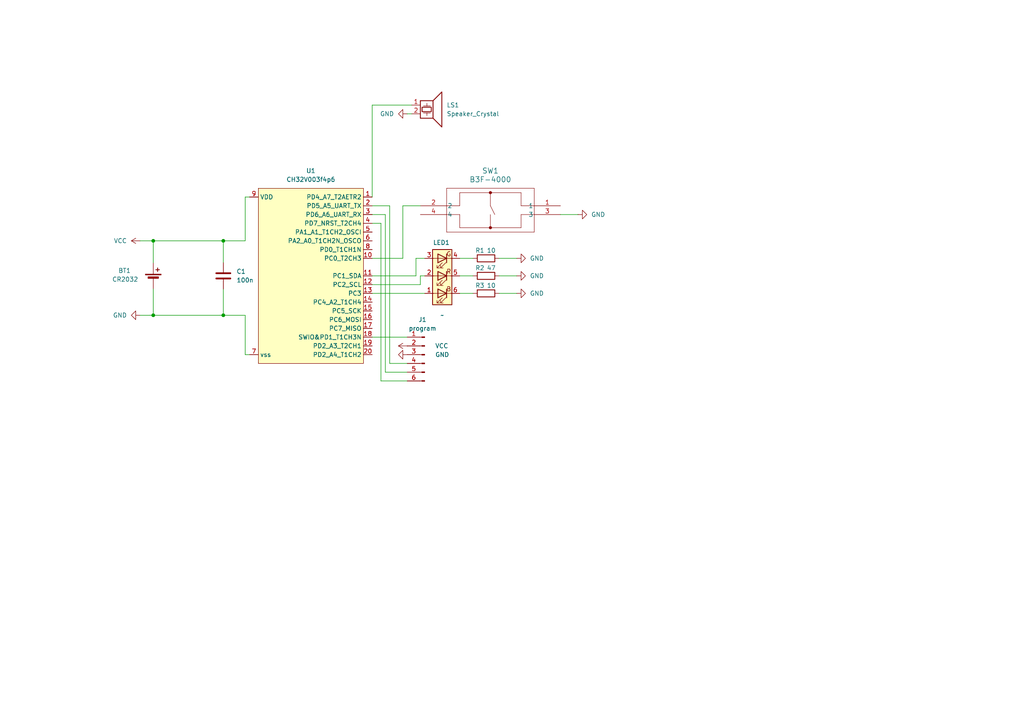
<source format=kicad_sch>
(kicad_sch (version 20231120) (generator "eeschema") (generator_version "8.0")
  (paper "A4")
  (lib_symbols
    (symbol "2024-05-26_01-20-13:B3F-4000" (pin_names (offset 0.254))
      (property "Reference" "SW" (at 20.32 10.16 0))
      (property "Value" "B3F-4000" (at 20.32 7.62 0))
      (symbol "B3F-4000_0_1"
        (polyline (pts (xy 7.62 -7.62) (xy 33.02 -7.62)) (stroke (width 0.127)))
        (polyline (pts (xy 7.62 -2.54) (xy 11.43 -2.54)) (stroke (width 0.127)))
        (polyline (pts (xy 7.62 0) (xy 11.43 0)) (stroke (width 0.127)))
        (polyline (pts (xy 7.62 5.08) (xy 7.62 -7.62)) (stroke (width 0.127)))
        (polyline (pts (xy 11.43 -6.35) (xy 29.21 -6.35)) (stroke (width 0.127)))
        (polyline (pts (xy 11.43 -2.54) (xy 11.43 -6.35)) (stroke (width 0.127)))
        (polyline (pts (xy 11.43 0) (xy 11.43 3.81)) (stroke (width 0.127)))
        (polyline (pts (xy 20.32 -2.54) (xy 20.32 -6.35)) (stroke (width 0.127)))
        (polyline (pts (xy 20.32 0) (xy 19.05 -2.54)) (stroke (width 0.127)))
        (polyline (pts (xy 20.32 3.81) (xy 20.32 0)) (stroke (width 0.127)))
        (polyline (pts (xy 29.21 -6.35) (xy 29.21 -2.54)) (stroke (width 0.127)))
        (polyline (pts (xy 29.21 -2.54) (xy 33.02 -2.54)) (stroke (width 0.127)))
        (polyline (pts (xy 29.21 0) (xy 29.21 3.81)) (stroke (width 0.127)))
        (polyline (pts (xy 29.21 3.81) (xy 11.43 3.81)) (stroke (width 0.127)))
        (polyline (pts (xy 33.02 -7.62) (xy 33.02 5.08)) (stroke (width 0.127)))
        (polyline (pts (xy 33.02 0) (xy 29.21 0)) (stroke (width 0.127)))
        (polyline (pts (xy 33.02 5.08) (xy 7.62 5.08)) (stroke (width 0.127)))
        (circle (center 20.32 -6.35) (radius 0.254) (stroke (width 0.381)))
        (circle (center 20.32 3.81) (radius 0.254) (stroke (width 0.381)))
        (pin unspecified line (at 0 0 0) (length 7.62) (name "1") (number "1"))
        (pin unspecified line (at 40.64 0 180) (length 7.62) (name "2") (number "2"))
        (pin unspecified line (at 0 -2.54 0) (length 7.62) (name "3") (number "3"))
        (pin unspecified line (at 40.64 -2.54 180) (length 7.62) (name "4") (number "4"))
      )
    )
    (symbol "CH32V003:CH32V003f4p6"
      (property "Reference" "U" (at 0 31.75 0))
      (property "Value" "CH32V003f4p6" (at -7.62 0 90))
      (symbol "CH32V003f4p6_1_1"
        (rectangle (start -15.24 27.94) (end 15.24 -22.86) (fill (type background)))
        (pin bidirectional line (at 17.78 25.4 180) (length 2.54) (name "PD4_A7_T2AETR2") (number "1"))
        (pin bidirectional line (at 17.78 7.62 180) (length 2.54) (name "PC0_T2CH3") (number "10"))
        (pin bidirectional line (at 17.78 2.54 180) (length 2.54) (name "PC1_SDA") (number "11"))
        (pin bidirectional line (at 17.78 0 180) (length 2.54) (name "PC2_SCL") (number "12"))
        (pin bidirectional line (at 17.78 -2.54 180) (length 2.54) (name "PC3") (number "13"))
        (pin bidirectional line (at 17.78 -5.08 180) (length 2.54) (name "PC4_A2_T1CH4") (number "14"))
        (pin bidirectional line (at 17.78 -7.62 180) (length 2.54) (name "PC5_SCK") (number "15"))
        (pin bidirectional line (at 17.78 -10.16 180) (length 2.54) (name "PC6_MOSI") (number "16"))
        (pin bidirectional line (at 17.78 -12.7 180) (length 2.54) (name "PC7_MISO") (number "17"))
        (pin bidirectional line (at 17.78 -15.24 180) (length 2.54) (name "SWIO&PD1_T1CH3N") (number "18"))
        (pin bidirectional line (at 17.78 -17.78 180) (length 2.54) (name "PD2_A3_T2CH1") (number "19"))
        (pin bidirectional line (at 17.78 22.86 180) (length 2.54) (name "PD5_A5_UART_TX") (number "2"))
        (pin bidirectional line (at 17.78 -20.32 180) (length 2.54) (name "PD2_A4_T1CH2") (number "20"))
        (pin bidirectional line (at 17.78 20.32 180) (length 2.54) (name "PD6_A6_UART_RX") (number "3"))
        (pin bidirectional line (at 17.78 17.78 180) (length 2.54) (name "PD7_NRST_T2CH4") (number "4"))
        (pin bidirectional line (at 17.78 15.24 180) (length 2.54) (name "PA1_A1_T1CH2_OSCI") (number "5"))
        (pin bidirectional line (at 17.78 12.7 180) (length 2.54) (name "PA2_A0_T1CH2N_OSCO") (number "6"))
        (pin power_in line (at -17.78 -20.32 0) (length 2.54) (name "vss") (number "7"))
        (pin bidirectional line (at 17.78 10.16 180) (length 2.54) (name "PD0_T1CH1N") (number "8"))
        (pin power_in line (at -17.78 25.4 0) (length 2.54) (name "VDD") (number "9"))
      )
    )
    (symbol "Connector:Conn_01x06_Pin" (pin_names (offset 1.016) hide)
      (property "Reference" "J" (at 0 7.62 0))
      (property "Value" "Conn_01x06_Pin" (at 0 -10.16 0))
      (symbol "Conn_01x06_Pin_1_1"
        (polyline (pts (xy 1.27 -7.62) (xy 0.8636 -7.62)) (stroke (width 0.1524)))
        (polyline (pts (xy 1.27 -5.08) (xy 0.8636 -5.08)) (stroke (width 0.1524)))
        (polyline (pts (xy 1.27 -2.54) (xy 0.8636 -2.54)) (stroke (width 0.1524)))
        (polyline (pts (xy 1.27 0) (xy 0.8636 0)) (stroke (width 0.1524)))
        (polyline (pts (xy 1.27 2.54) (xy 0.8636 2.54)) (stroke (width 0.1524)))
        (polyline (pts (xy 1.27 5.08) (xy 0.8636 5.08)) (stroke (width 0.1524)))
        (rectangle (start 0.8636 -7.493) (end 0 -7.747) (stroke (width 0.1524)) (fill (type outline)))
        (rectangle (start 0.8636 -4.953) (end 0 -5.207) (stroke (width 0.1524)) (fill (type outline)))
        (rectangle (start 0.8636 -2.413) (end 0 -2.667) (stroke (width 0.1524)) (fill (type outline)))
        (rectangle (start 0.8636 0.127) (end 0 -0.127) (stroke (width 0.1524)) (fill (type outline)))
        (rectangle (start 0.8636 2.667) (end 0 2.413) (stroke (width 0.1524)) (fill (type outline)))
        (rectangle (start 0.8636 5.207) (end 0 4.953) (stroke (width 0.1524)) (fill (type outline)))
        (pin passive line (at 5.08 5.08 180) (length 3.81) (name "Pin_1") (number "1"))
        (pin passive line (at 5.08 2.54 180) (length 3.81) (name "Pin_2") (number "2"))
        (pin passive line (at 5.08 0 180) (length 3.81) (name "Pin_3") (number "3"))
        (pin passive line (at 5.08 -2.54 180) (length 3.81) (name "Pin_4") (number "4"))
        (pin passive line (at 5.08 -5.08 180) (length 3.81) (name "Pin_5") (number "5"))
        (pin passive line (at 5.08 -7.62 180) (length 3.81) (name "Pin_6") (number "6"))
      )
    )
    (symbol "Device:Battery_Cell" (pin_numbers hide) (pin_names (offset 0) hide)
      (property "Reference" "BT" (at 2.54 2.54 0))
      (property "Value" "Battery_Cell" (at 2.54 0 0))
      (symbol "Battery_Cell_0_1"
        (rectangle (start -2.286 1.778) (end 2.286 1.524) (fill (type outline)))
        (rectangle (start -1.524 1.016) (end 1.524 0.508) (fill (type outline)))
        (polyline (pts (xy 0 0.762) (xy 0 0)))
        (polyline (pts (xy 0 1.778) (xy 0 2.54)))
        (polyline (pts (xy 0.762 3.048) (xy 1.778 3.048)) (stroke (width 0.254)))
        (polyline (pts (xy 1.27 3.556) (xy 1.27 2.54)) (stroke (width 0.254)))
      )
      (symbol "Battery_Cell_1_1"
        (pin passive line (at 0 5.08 270) (length 2.54) (name "+") (number "1"))
        (pin passive line (at 0 -2.54 90) (length 2.54) (name "-") (number "2"))
      )
    )
    (symbol "Device:C" (pin_numbers hide) (pin_names (offset 0.254))
      (property "Reference" "C" (at 0.635 2.54 0))
      (property "Value" "C" (at 0.635 -2.54 0))
      (symbol "C_0_1"
        (polyline (pts (xy -2.032 -0.762) (xy 2.032 -0.762)) (stroke (width 0.508)))
        (polyline (pts (xy -2.032 0.762) (xy 2.032 0.762)) (stroke (width 0.508)))
      )
      (symbol "C_1_1"
        (pin passive line (at 0 3.81 270) (length 2.794) (name "~") (number "1"))
        (pin passive line (at 0 -3.81 90) (length 2.794) (name "~") (number "2"))
      )
    )
    (symbol "Device:R" (pin_numbers hide) (pin_names (offset 0))
      (property "Reference" "R" (at 2.032 0 90))
      (property "Value" "R" (at 0 0 90))
      (symbol "R_0_1"
        (rectangle (start -1.016 -2.54) (end 1.016 2.54) (stroke (width 0.254)))
      )
      (symbol "R_1_1"
        (pin passive line (at 0 3.81 270) (length 1.27) (name "~") (number "1"))
        (pin passive line (at 0 -3.81 90) (length 1.27) (name "~") (number "2"))
      )
    )
    (symbol "Device:Speaker_Crystal" (pin_names (offset 0) hide)
      (property "Reference" "LS" (at 0.635 5.715 0))
      (property "Value" "Speaker_Crystal" (at 0.635 3.81 0))
      (symbol "Speaker_Crystal_0_0"
        (rectangle (start -2.54 1.27) (end 1.143 -3.81) (stroke (width 0.254)))
        (rectangle (start -2.032 -0.635) (end 0.635 -1.905) (stroke (width 0.254)))
        (polyline (pts (xy -1.651 -2.286) (xy 0.381 -2.286)))
        (polyline (pts (xy -1.651 -0.254) (xy 0.381 -0.254)))
        (polyline (pts (xy -0.635 -2.286) (xy -0.635 -3.048)))
        (polyline (pts (xy -0.635 -0.254) (xy -0.635 0.508)))
        (polyline (pts (xy 1.143 1.27) (xy 3.683 3.81) (xy 3.683 -6.35) (xy 1.143 -3.81)) (stroke (width 0.254)))
      )
      (symbol "Speaker_Crystal_1_1"
        (pin input line (at -5.08 0 0) (length 2.54) (name "1") (number "1"))
        (pin input line (at -5.08 -2.54 0) (length 2.54) (name "2") (number "2"))
      )
    )
    (symbol "LED:SMLVN6RGB" (pin_names (offset 0) hide)
      (property "Reference" "D" (at 0 12.7 0))
      (property "Value" "SMLVN6RGB" (at 0 10.16 0))
      (symbol "SMLVN6RGB_0_0"
        (text "B" (at 1.905 3.81 0) (effects (font (size 1.27 1.27))))
        (text "G" (at 1.905 -6.35 0) (effects (font (size 1.27 1.27))))
        (text "R" (at 1.905 -1.27 0) (effects (font (size 1.27 1.27))))
      )
      (symbol "SMLVN6RGB_0_1"
        (rectangle (start -2.794 8.382) (end 2.794 -7.62) (stroke (width 0.254)) (fill (type background)))
        (rectangle (start -1.27 -1.27) (end -1.27 1.27))
        (rectangle (start -1.27 1.27) (end -1.27 1.27))
        (rectangle (start -1.27 3.81) (end -1.27 6.35))
        (rectangle (start -1.27 6.35) (end -1.27 6.35))
        (polyline (pts (xy -1.27 -5.08) (xy -2.54 -5.08)))
        (polyline (pts (xy -1.27 0) (xy -2.54 0)))
        (polyline (pts (xy -1.27 0) (xy 1.27 0)))
        (polyline (pts (xy -1.27 5.08) (xy -2.54 5.08)))
        (polyline (pts (xy 1.27 -5.08) (xy -1.27 -5.08)))
        (polyline (pts (xy 1.27 -5.08) (xy 2.54 -5.08)))
        (polyline (pts (xy 1.27 -3.81) (xy 1.27 -6.35)) (stroke (width 0.254)))
        (polyline (pts (xy 1.27 0) (xy 2.54 0)))
        (polyline (pts (xy 1.27 1.27) (xy 1.27 -1.27)) (stroke (width 0.254)))
        (polyline (pts (xy 1.27 5.08) (xy -1.27 5.08)))
        (polyline (pts (xy 1.27 5.08) (xy 2.54 5.08)))
        (polyline (pts (xy 1.27 6.35) (xy 1.27 3.81)) (stroke (width 0.254)))
        (polyline (pts (xy 1.27 1.27) (xy 1.27 -1.27) (xy 1.27 -1.27)))
        (polyline (pts (xy 1.27 6.35) (xy 1.27 3.81) (xy 1.27 3.81)))
        (polyline (pts (xy -1.27 -3.81) (xy -1.27 -6.35) (xy 1.27 -5.08) (xy -1.27 -3.81)) (stroke (width 0.254)))
        (polyline (pts (xy -1.27 1.27) (xy -1.27 -1.27) (xy 1.27 0) (xy -1.27 1.27)) (stroke (width 0.254)))
        (polyline (pts (xy -1.27 6.35) (xy -1.27 3.81) (xy 1.27 5.08) (xy -1.27 6.35)) (stroke (width 0.254)))
        (polyline (pts (xy 0 -3.81) (xy -1.524 -2.286) (xy -0.762 -2.286) (xy -1.524 -2.286) (xy -1.524 -3.048)))
        (polyline (pts (xy 0 1.27) (xy -1.524 2.794) (xy -0.762 2.794) (xy -1.524 2.794) (xy -1.524 2.032)))
        (polyline (pts (xy 0 6.35) (xy -1.524 7.874) (xy -0.762 7.874) (xy -1.524 7.874) (xy -1.524 7.112)))
        (polyline (pts (xy 1.016 -3.81) (xy -0.508 -2.286) (xy 0.254 -2.286) (xy -0.508 -2.286) (xy -0.508 -3.048)))
        (polyline (pts (xy 1.016 1.27) (xy -0.508 2.794) (xy 0.254 2.794) (xy -0.508 2.794) (xy -0.508 2.032)))
        (polyline (pts (xy 1.016 6.35) (xy -0.508 7.874) (xy 0.254 7.874) (xy -0.508 7.874) (xy -0.508 7.112)))
      )
      (symbol "SMLVN6RGB_1_1"
        (pin passive line (at -5.08 5.08 0) (length 2.54) (name "BA") (number "1"))
        (pin passive line (at -5.08 0 0) (length 2.54) (name "RA") (number "2"))
        (pin passive line (at -5.08 -5.08 0) (length 2.54) (name "GA") (number "3"))
        (pin passive line (at 5.08 -5.08 180) (length 2.54) (name "GK") (number "4"))
        (pin passive line (at 5.08 0 180) (length 2.54) (name "RK") (number "5"))
        (pin passive line (at 5.08 5.08 180) (length 2.54) (name "BK") (number "6"))
      )
    )
    (symbol "power:GND" (power) (pin_numbers hide) (pin_names (offset 0) hide)
      (property "Value" "GND" (at 0 -3.81 0))
      (symbol "GND_0_1"
        (polyline (pts (xy 0 0) (xy 0 -1.27) (xy 1.27 -1.27) (xy 0 -2.54) (xy -1.27 -1.27) (xy 0 -1.27)))
      )
      (symbol "GND_1_1"
        (pin power_in line (at 0 0 270) (length 0) (name "~") (number "1"))
      )
    )
    (symbol "power:VCC" (power) (pin_numbers hide) (pin_names (offset 0) hide)
      (property "Value" "VCC" (at 0 3.556 0))
      (symbol "VCC_0_1"
        (polyline (pts (xy -0.762 1.27) (xy 0 2.54)))
        (polyline (pts (xy 0 0) (xy 0 2.54)))
        (polyline (pts (xy 0 2.54) (xy 0.762 1.27)))
      )
      (symbol "VCC_1_1"
        (pin power_in line (at 0 0 90) (length 0) (name "~") (number "1"))
      )
    )
  )
  (junction (at 64.77 69.85))
  (junction (at 64.77 91.44))
  (junction (at 44.45 69.85))
  (junction (at 44.45 91.44))
  (wire (pts (xy 71.12 102.87) (xy 72.39 102.87)))
  (wire (pts (xy 111.76 62.23) (xy 107.95 62.23)))
  (wire (pts (xy 110.49 64.77) (xy 107.95 64.77)))
  (wire (pts (xy 107.95 74.93) (xy 116.84 74.93)))
  (wire (pts (xy 40.64 91.44) (xy 44.45 91.44)))
  (wire (pts (xy 44.45 91.44) (xy 64.77 91.44)))
  (wire (pts (xy 107.95 30.48) (xy 119.38 30.48)))
  (wire (pts (xy 116.84 59.69) (xy 121.92 59.69)))
  (wire (pts (xy 113.03 105.41) (xy 113.03 59.69)))
  (wire (pts (xy 120.65 80.01) (xy 120.65 74.93)))
  (wire (pts (xy 64.77 69.85) (xy 71.12 69.85)))
  (wire (pts (xy 144.78 80.01) (xy 149.86 80.01)))
  (wire (pts (xy 118.11 110.49) (xy 110.49 110.49)))
  (wire (pts (xy 113.03 59.69) (xy 107.95 59.69)))
  (wire (pts (xy 71.12 91.44) (xy 71.12 102.87)))
  (wire (pts (xy 133.35 74.93) (xy 137.16 74.93)))
  (wire (pts (xy 133.35 80.01) (xy 137.16 80.01)))
  (wire (pts (xy 162.56 62.23) (xy 167.64 62.23)))
  (wire (pts (xy 64.77 69.85) (xy 64.77 76.2)))
  (wire (pts (xy 64.77 83.82) (xy 64.77 91.44)))
  (wire (pts (xy 71.12 69.85) (xy 71.12 57.15)))
  (wire (pts (xy 107.95 80.01) (xy 120.65 80.01)))
  (wire (pts (xy 44.45 83.82) (xy 44.45 91.44)))
  (wire (pts (xy 121.92 80.01) (xy 123.19 80.01)))
  (wire (pts (xy 110.49 110.49) (xy 110.49 64.77)))
  (wire (pts (xy 44.45 69.85) (xy 64.77 69.85)))
  (wire (pts (xy 107.95 82.55) (xy 121.92 82.55)))
  (wire (pts (xy 118.11 105.41) (xy 113.03 105.41)))
  (wire (pts (xy 44.45 69.85) (xy 44.45 76.2)))
  (wire (pts (xy 121.92 82.55) (xy 121.92 80.01)))
  (wire (pts (xy 118.11 107.95) (xy 111.76 107.95)))
  (wire (pts (xy 71.12 57.15) (xy 72.39 57.15)))
  (wire (pts (xy 120.65 74.93) (xy 123.19 74.93)))
  (wire (pts (xy 107.95 57.15) (xy 107.95 30.48)))
  (wire (pts (xy 107.95 97.79) (xy 118.11 97.79)))
  (wire (pts (xy 116.84 59.69) (xy 116.84 74.93)))
  (wire (pts (xy 144.78 74.93) (xy 149.86 74.93)))
  (wire (pts (xy 118.11 33.02) (xy 119.38 33.02)))
  (wire (pts (xy 111.76 107.95) (xy 111.76 62.23)))
  (wire (pts (xy 133.35 85.09) (xy 137.16 85.09)))
  (wire (pts (xy 144.78 85.09) (xy 149.86 85.09)))
  (wire (pts (xy 64.77 91.44) (xy 71.12 91.44)))
  (wire (pts (xy 107.95 85.09) (xy 123.19 85.09)))
  (wire (pts (xy 40.64 69.85) (xy 44.45 69.85)))
  (symbol (lib_id "Device:Battery_Cell") (at 44.45 81.28 0) (unit 1)
    (property "Reference" "BT1" (at 34.29 78.486 0) (effects (justify left)))
    (property "Value" "CR2032" (at 32.512 81.026 0) (effects (justify left)))
    (property "Footprint" "Library:BatteryHolder_m8_1x2032" (effects (hide yes)))
    (property "Description" "Single-cell battery" (effects (hide yes)))
  )
  (symbol (lib_id "LED:SMLVN6RGB") (at 128.27 80.01 0) (mirror x) (unit 1)
    (property "Reference" "LED1" (at 128.016 70.358 0))
    (property "Value" "~" (at 128.27 91.44 0))
    (property "Footprint" "LED_SMD:LED_RGB_5050-6" (effects (hide yes)))
    (property "Datasheet" "https://www.rohm.com/datasheet/SMLVN6RGB1U" (effects (hide yes)))
    (property "Description" "High Brightness Tri-Color LED, RGB, 3.5x2.8mm" (effects (hide yes)))
  )
  (symbol (lib_id "power:GND") (at 40.64 91.44 270) (unit 1)
    (property "Reference" "#PWR08" (effects (hide yes)))
    (property "Value" "GND" (at 36.83 91.4399 90) (effects (justify right)))
    (property "Description" "Power symbol creates a global label with name \"GND\" , ground" (effects (hide yes)))
  )
  (symbol (lib_id "power:VCC") (at 40.64 69.85 90) (unit 1)
    (property "Reference" "#PWR09" (effects (hide yes)))
    (property "Value" "VCC" (at 36.83 69.8499 90) (effects (justify left)))
    (property "Description" "Power symbol creates a global label with name \"VCC\"" (effects (hide yes)))
  )
  (symbol (lib_id "power:GND") (at 149.86 85.09 90) (unit 1)
    (property "Reference" "#PWR03" (effects (hide yes)))
    (property "Value" "GND" (at 153.67 85.0899 90) (effects (justify right)))
    (property "Description" "Power symbol creates a global label with name \"GND\" , ground" (effects (hide yes)))
  )
  (symbol (lib_id "CH32V003:CH32V003f4p6") (at 90.17 82.55 0) (unit 1)
    (property "Reference" "U1" (at 90.17 49.53 0))
    (property "Value" "CH32V003f4p6" (at 90.17 52.07 0))
    (property "Footprint" "Package_SO:TSSOP-20_4.4x6.5mm_P0.65mm" (effects (hide yes)))
    (property "Datasheet" "https://github.com/cnlohr/ch32v003fun" (effects (hide yes)))
  )
  (symbol (lib_id "power:GND") (at 167.64 62.23 90) (unit 1)
    (property "Reference" "#PWR06" (effects (hide yes)))
    (property "Value" "GND" (at 171.45 62.2299 90) (effects (justify right)))
    (property "Description" "Power symbol creates a global label with name \"GND\" , ground" (effects (hide yes)))
  )
  (symbol (lib_id "power:GND") (at 118.11 33.02 270) (unit 1)
    (property "Reference" "#PWR07" (effects (hide yes)))
    (property "Value" "GND" (at 114.3 33.0199 90) (effects (justify right)))
    (property "Description" "Power symbol creates a global label with name \"GND\" , ground" (effects (hide yes)))
  )
  (symbol (lib_id "power:GND") (at 118.11 102.87 270) (unit 1)
    (property "Reference" "#PWR04" (effects (hide yes)))
    (property "Value" "GND" (at 130.302 102.87 90) (effects (justify right)))
    (property "Description" "Power symbol creates a global label with name \"GND\" , ground" (effects (hide yes)))
  )
  (symbol (lib_id "power:GND") (at 149.86 74.93 90) (unit 1)
    (property "Reference" "#PWR01" (effects (hide yes)))
    (property "Value" "GND" (at 153.67 74.9299 90) (effects (justify right)))
    (property "Description" "Power symbol creates a global label with name \"GND\" , ground" (effects (hide yes)))
  )
  (symbol (lib_id "Connector:Conn_01x06_Pin") (at 123.19 102.87 0) (mirror y) (unit 1)
    (property "Reference" "J1" (at 122.555 92.71 0))
    (property "Value" "program" (at 122.555 95.25 0))
    (property "Footprint" "Connector_PinHeader_2.54mm:PinHeader_1x06_P2.54mm_Vertical" (effects (hide yes)))
    (property "Description" "Generic connector, single row, 01x06, script generated" (effects (hide yes)))
  )
  (symbol (lib_id "2024-05-26_01-20-13:B3F-4000") (at 162.56 59.69 0) (mirror y) (unit 1)
    (property "Reference" "SW1" (at 142.24 49.53 0) (effects (font (size 1.524 1.524))))
    (property "Value" "B3F-4000" (at 142.24 52.07 0) (effects (font (size 1.524 1.524))))
    (property "Footprint" "SW_B3F-4000_OMR" (effects (hide yes)))
    (property "Datasheet" "B3F-4000" (effects (hide yes)))
  )
  (symbol (lib_id "Device:R") (at 140.97 85.09 270) (unit 1)
    (property "Reference" "R3" (at 139.192 82.804 90))
    (property "Value" "10" (at 142.494 82.804 90))
    (property "Footprint" "Resistor_SMD:R_0805_2012Metric_Pad1.20x1.40mm_HandSolder" (effects (hide yes)))
    (property "Description" "Resistor" (effects (hide yes)))
  )
  (symbol (lib_id "Device:R") (at 140.97 74.93 270) (unit 1)
    (property "Reference" "R1" (at 139.192 72.644 90))
    (property "Value" "10" (at 142.494 72.644 90))
    (property "Footprint" "Resistor_SMD:R_0805_2012Metric_Pad1.20x1.40mm_HandSolder" (effects (hide yes)))
    (property "Description" "Resistor" (effects (hide yes)))
  )
  (symbol (lib_id "Device:R") (at 140.97 80.01 270) (unit 1)
    (property "Reference" "R2" (at 139.192 77.724 90))
    (property "Value" "47" (at 142.494 77.724 90))
    (property "Footprint" "Resistor_SMD:R_0805_2012Metric_Pad1.20x1.40mm_HandSolder" (effects (hide yes)))
    (property "Description" "Resistor" (effects (hide yes)))
  )
  (symbol (lib_id "power:GND") (at 149.86 80.01 90) (unit 1)
    (property "Reference" "#PWR02" (effects (hide yes)))
    (property "Value" "GND" (at 153.67 80.0099 90) (effects (justify right)))
    (property "Description" "Power symbol creates a global label with name \"GND\" , ground" (effects (hide yes)))
  )
  (symbol (lib_id "power:VCC") (at 118.11 100.33 90) (unit 1)
    (property "Reference" "#PWR05" (effects (hide yes)))
    (property "Value" "VCC" (at 130.048 100.33 90) (effects (justify left)))
    (property "Description" "Power symbol creates a global label with name \"VCC\"" (effects (hide yes)))
  )
  (symbol (lib_id "Device:C") (at 64.77 80.01 0) (unit 1)
    (property "Reference" "C1" (at 68.58 78.7399 0) (effects (justify left)))
    (property "Value" "100n" (at 68.58 81.2799 0) (effects (justify left)))
    (property "Footprint" "Capacitor_SMD:C_0805_2012Metric_Pad1.18x1.45mm_HandSolder" (effects (hide yes)))
    (property "Description" "Unpolarized capacitor" (effects (hide yes)))
  )
  (symbol (lib_id "Device:Speaker_Crystal") (at 124.46 30.48 0) (unit 1)
    (property "Reference" "LS1" (at 129.54 30.4799 0) (effects (justify left)))
    (property "Value" "Speaker_Crystal" (at 129.54 33.0199 0) (effects (justify left)))
    (property "Footprint" "Library:Buzzer_12x8.4RM6.6" (effects (hide yes)))
    (property "Description" "Crystal speaker/transducer" (effects (hide yes)))
  )
)
</source>
